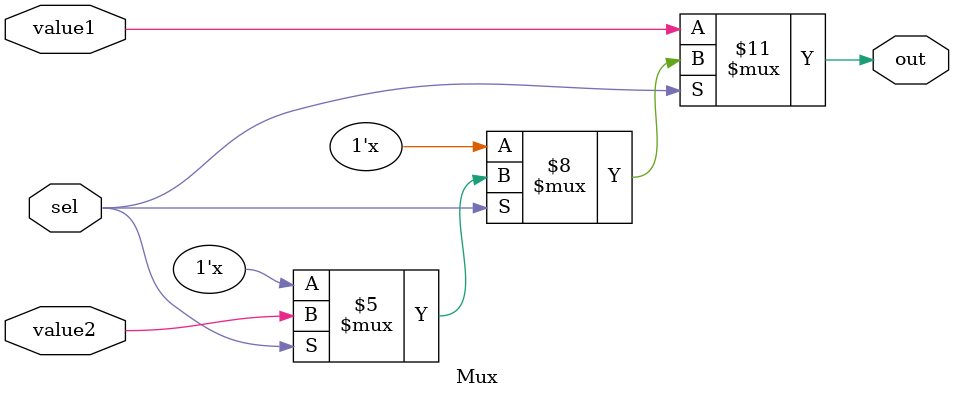
<source format=v>
module Mux(out,value1,value2,sel);

input sel ,value1,value2;
output out; 
reg out;
	
always @(sel) begin
	if(sel==0) begin
		  out=value1;			   
	end
	else if(sel==1) begin
		out=value2;
	end
end

endmodule



	
	
	
	


	
</source>
